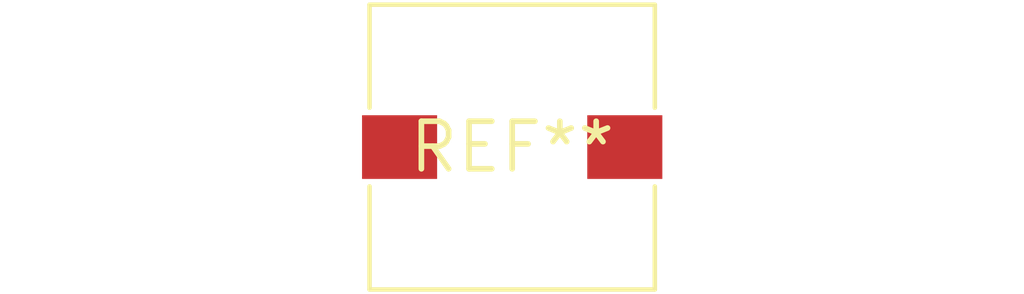
<source format=kicad_pcb>
(kicad_pcb (version 20240108) (generator pcbnew)
  (layers (0 "F.Cu" signal) (31 "B.Cu" signal) (34 "B.Paste" user) (35 "F.Paste" user) (36 "B.SilkS" user "B.Silkscreen") (37 "F.SilkS" user "F.Silkscreen") (38 "B.Mask" user) (39 "F.Mask" user) (44 "Edge.Cuts" user))
  (net 0 "")
  (footprint "L_Wuerth_WE-PD-Typ-7345" (layer "F.Cu") (at 0 0)
    (property "Reference" "REF**")
    (property "Value" "L_Wuerth_WE-PD-Typ-7345")
    (fp_line (start -3.8 -3.8) (end 3.8 -3.8) (layer "F.SilkS") (stroke (width 0.12)))
    (fp_line (start -3.8 -1.05) (end -3.8 -3.8) (layer "F.SilkS") (stroke (width 0.12)))
    (fp_line (start -3.8 3.8) (end -3.8 1.05) (layer "F.SilkS") (stroke (width 0.12)))
    (fp_line (start -3.8 3.8) (end 3.8 3.8) (layer "F.SilkS") (stroke (width 0.12)))
    (fp_line (start 3.8 -1.05) (end 3.8 -3.8) (layer "F.SilkS") (stroke (width 0.12)))
    (fp_line (start 3.8 3.8) (end 3.8 1.05) (layer "F.SilkS") (stroke (width 0.12)))
    (pad "1" smd rect (at -3 0) (size 2 1.7) (layers "F.Cu" "F.Paste" "F.Mask"))
    (pad "2" smd rect (at 3 0) (size 2 1.7) (layers "F.Cu" "F.Paste" "F.Mask"))
  )
)
</source>
